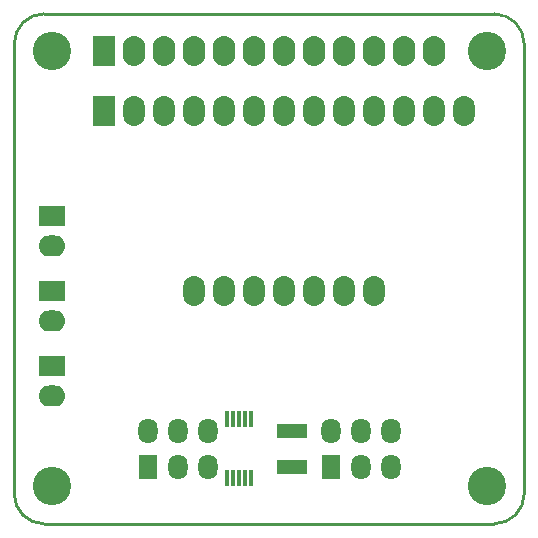
<source format=gbs>
%TF.GenerationSoftware,KiCad,Pcbnew,no-vcs-found-427e5ec~60~ubuntu16.04.1*%
%TF.CreationDate,2017-09-22T14:20:22-04:00*%
%TF.ProjectId,i2c_interface_mpr121,6932635F696E746572666163655F6D70,1.0*%
%TF.SameCoordinates,Original*%
%TF.FileFunction,Soldermask,Bot*%
%TF.FilePolarity,Negative*%
%FSLAX46Y46*%
G04 Gerber Fmt 4.6, Leading zero omitted, Abs format (unit mm)*
G04 Created by KiCad (PCBNEW no-vcs-found-427e5ec~60~ubuntu16.04.1) date Fri Sep 22 14:20:22 2017*
%MOMM*%
%LPD*%
G01*
G04 APERTURE LIST*
%ADD10C,0.228600*%
%ADD11R,1.625600X2.133600*%
%ADD12O,1.625600X2.133600*%
%ADD13C,3.250000*%
%ADD14O,1.854200X2.540000*%
%ADD15R,1.854200X2.540000*%
%ADD16R,2.540000X1.270000*%
%ADD17O,1.905000X2.540000*%
%ADD18R,1.905000X2.540000*%
%ADD19R,0.400000X1.330000*%
%ADD20O,2.286000X1.778000*%
%ADD21R,2.286000X1.778000*%
G04 APERTURE END LIST*
D10*
X142240000Y-101600000D02*
X104140000Y-101600000D01*
X144780000Y-142240000D02*
X144780000Y-104140000D01*
X104140000Y-144780000D02*
X142240000Y-144780000D01*
X101600000Y-104140000D02*
X101600000Y-142240000D01*
X144780000Y-104140000D02*
G75*
G03X142240000Y-101600000I-2540000J0D01*
G01*
X142240000Y-144780000D02*
G75*
G03X144780000Y-142240000I0J2540000D01*
G01*
X101600000Y-142240000D02*
G75*
G03X104140000Y-144780000I2540000J0D01*
G01*
X104140000Y-101600000D02*
G75*
G03X101600000Y-104140000I0J-2540000D01*
G01*
D11*
%TO.C,P1*%
X112903000Y-139954000D03*
D12*
X112903000Y-136906000D03*
X115443000Y-139954000D03*
X115443000Y-136906000D03*
X117983000Y-139954000D03*
X117983000Y-136906000D03*
%TD*%
%TO.C,P2*%
X133477000Y-136906000D03*
X133477000Y-139954000D03*
X130937000Y-136906000D03*
X130937000Y-139954000D03*
X128397000Y-136906000D03*
D11*
X128397000Y-139954000D03*
%TD*%
D13*
%TO.C,SO1*%
X104775000Y-104775000D03*
%TD*%
%TO.C,SO2*%
X104775000Y-141605000D03*
%TD*%
%TO.C,SO3*%
X141605000Y-141605000D03*
%TD*%
%TO.C,SO4*%
X141605000Y-104775000D03*
%TD*%
D14*
%TO.C,AF1*%
X139700000Y-109855000D03*
X137160000Y-109855000D03*
X134620000Y-109855000D03*
X132080000Y-109855000D03*
X129540000Y-109855000D03*
X127000000Y-109855000D03*
X124460000Y-109855000D03*
X121920000Y-109855000D03*
X119380000Y-109855000D03*
X116840000Y-109855000D03*
X114300000Y-109855000D03*
X111760000Y-109855000D03*
D15*
X109220000Y-109855000D03*
D14*
X132080000Y-125095000D03*
X129540000Y-125095000D03*
X127000000Y-125095000D03*
X124460000Y-125095000D03*
X121920000Y-125095000D03*
X119380000Y-125095000D03*
X116840000Y-125095000D03*
%TD*%
D16*
%TO.C,C1*%
X125095000Y-139954000D03*
X125095000Y-136906000D03*
%TD*%
D17*
%TO.C,T1*%
X137160000Y-104775000D03*
X134620000Y-104775000D03*
X132080000Y-104775000D03*
X129540000Y-104775000D03*
X127000000Y-104775000D03*
X124460000Y-104775000D03*
X121920000Y-104775000D03*
X119380000Y-104775000D03*
D18*
X109220000Y-104775000D03*
D17*
X111760000Y-104775000D03*
X114300000Y-104775000D03*
X116840000Y-104775000D03*
%TD*%
D19*
%TO.C,U1*%
X119650000Y-135930000D03*
X120150000Y-135930000D03*
X120650000Y-135930000D03*
X121150000Y-135930000D03*
X121650000Y-135930000D03*
X121650000Y-140930000D03*
X121150000Y-140930000D03*
X120650000Y-140930000D03*
X120150000Y-140930000D03*
X119650000Y-140930000D03*
%TD*%
D20*
%TO.C,S1*%
X104775000Y-121285000D03*
D21*
X104775000Y-118745000D03*
%TD*%
%TO.C,S2*%
X104775000Y-125095000D03*
D20*
X104775000Y-127635000D03*
%TD*%
%TO.C,S3*%
X104775000Y-133985000D03*
D21*
X104775000Y-131445000D03*
%TD*%
M02*

</source>
